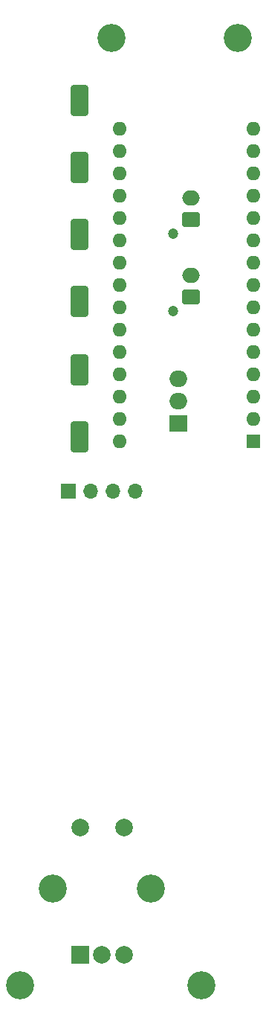
<source format=gbr>
%TF.GenerationSoftware,KiCad,Pcbnew,9.0.2*%
%TF.CreationDate,2025-08-07T20:28:25-04:00*%
%TF.ProjectId,3Dwelderpcbstuff,33447765-6c64-4657-9270-636273747566,rev?*%
%TF.SameCoordinates,Original*%
%TF.FileFunction,Soldermask,Top*%
%TF.FilePolarity,Negative*%
%FSLAX46Y46*%
G04 Gerber Fmt 4.6, Leading zero omitted, Abs format (unit mm)*
G04 Created by KiCad (PCBNEW 9.0.2) date 2025-08-07 20:28:25*
%MOMM*%
%LPD*%
G01*
G04 APERTURE LIST*
G04 Aperture macros list*
%AMRoundRect*
0 Rectangle with rounded corners*
0 $1 Rounding radius*
0 $2 $3 $4 $5 $6 $7 $8 $9 X,Y pos of 4 corners*
0 Add a 4 corners polygon primitive as box body*
4,1,4,$2,$3,$4,$5,$6,$7,$8,$9,$2,$3,0*
0 Add four circle primitives for the rounded corners*
1,1,$1+$1,$2,$3*
1,1,$1+$1,$4,$5*
1,1,$1+$1,$6,$7*
1,1,$1+$1,$8,$9*
0 Add four rect primitives between the rounded corners*
20,1,$1+$1,$2,$3,$4,$5,0*
20,1,$1+$1,$4,$5,$6,$7,0*
20,1,$1+$1,$6,$7,$8,$9,0*
20,1,$1+$1,$8,$9,$2,$3,0*%
G04 Aperture macros list end*
%ADD10R,1.700000X1.700000*%
%ADD11O,1.700000X1.700000*%
%ADD12C,3.200000*%
%ADD13R,2.000000X2.000000*%
%ADD14C,2.000000*%
%ADD15RoundRect,0.300000X-0.700000X1.450000X-0.700000X-1.450000X0.700000X-1.450000X0.700000X1.450000X0*%
%ADD16R,1.600000X1.600000*%
%ADD17O,1.600000X1.600000*%
%ADD18R,2.000000X1.905000*%
%ADD19O,2.000000X1.905000*%
%ADD20C,1.200000*%
%ADD21RoundRect,0.250000X0.750000X-0.600000X0.750000X0.600000X-0.750000X0.600000X-0.750000X-0.600000X0*%
%ADD22O,2.000000X1.700000*%
G04 APERTURE END LIST*
D10*
%TO.C,J1*%
X131405000Y-86185000D03*
D11*
X133945000Y-86185000D03*
X136485000Y-86185000D03*
X139025000Y-86185000D03*
%TD*%
D12*
%TO.C,REF\u002A\u002A*%
X146500000Y-142400000D03*
%TD*%
D13*
%TO.C,SW1*%
X132700000Y-138900000D03*
D14*
X137700000Y-138900000D03*
X135200000Y-138900000D03*
D12*
X129600000Y-131400000D03*
X140800000Y-131400000D03*
D14*
X137700000Y-124400000D03*
X132700000Y-124400000D03*
%TD*%
D12*
%TO.C,REF\u002A\u002A*%
X136300000Y-34600000D03*
%TD*%
D15*
%TO.C,J6*%
X132600000Y-72390000D03*
X132600000Y-80010000D03*
%TD*%
D12*
%TO.C,REF\u002A\u002A*%
X150700000Y-34600000D03*
%TD*%
%TO.C,REF\u002A\u002A*%
X125900000Y-142400000D03*
%TD*%
D15*
%TO.C,J2*%
X132600000Y-41740000D03*
X132600000Y-49360000D03*
X132600000Y-56980000D03*
X132600000Y-64600000D03*
%TD*%
D16*
%TO.C,A1*%
X152410000Y-80450000D03*
D17*
X152410000Y-77910000D03*
X152410000Y-75370000D03*
X152410000Y-72830000D03*
X152410000Y-70290000D03*
X152410000Y-67750000D03*
X152410000Y-65210000D03*
X152410000Y-62670000D03*
X152410000Y-60130000D03*
X152410000Y-57590000D03*
X152410000Y-55050000D03*
X152410000Y-52510000D03*
X152410000Y-49970000D03*
X152410000Y-47430000D03*
X152410000Y-44890000D03*
X137170000Y-44890000D03*
X137170000Y-47430000D03*
X137170000Y-49970000D03*
X137170000Y-52510000D03*
X137170000Y-55050000D03*
X137170000Y-57590000D03*
X137170000Y-60130000D03*
X137170000Y-62670000D03*
X137170000Y-65210000D03*
X137170000Y-67750000D03*
X137170000Y-70290000D03*
X137170000Y-72830000D03*
X137170000Y-75370000D03*
X137170000Y-77910000D03*
X137170000Y-80450000D03*
%TD*%
D18*
%TO.C,Q2*%
X143910000Y-78470000D03*
D19*
X143910000Y-75930000D03*
X143910000Y-73390000D03*
%TD*%
D20*
%TO.C,J4*%
X143310000Y-65690000D03*
D21*
X145310000Y-64090000D03*
D22*
X145310000Y-61590000D03*
%TD*%
D20*
%TO.C,J5*%
X143310000Y-56890000D03*
D21*
X145310000Y-55290000D03*
D22*
X145310000Y-52790000D03*
%TD*%
M02*

</source>
